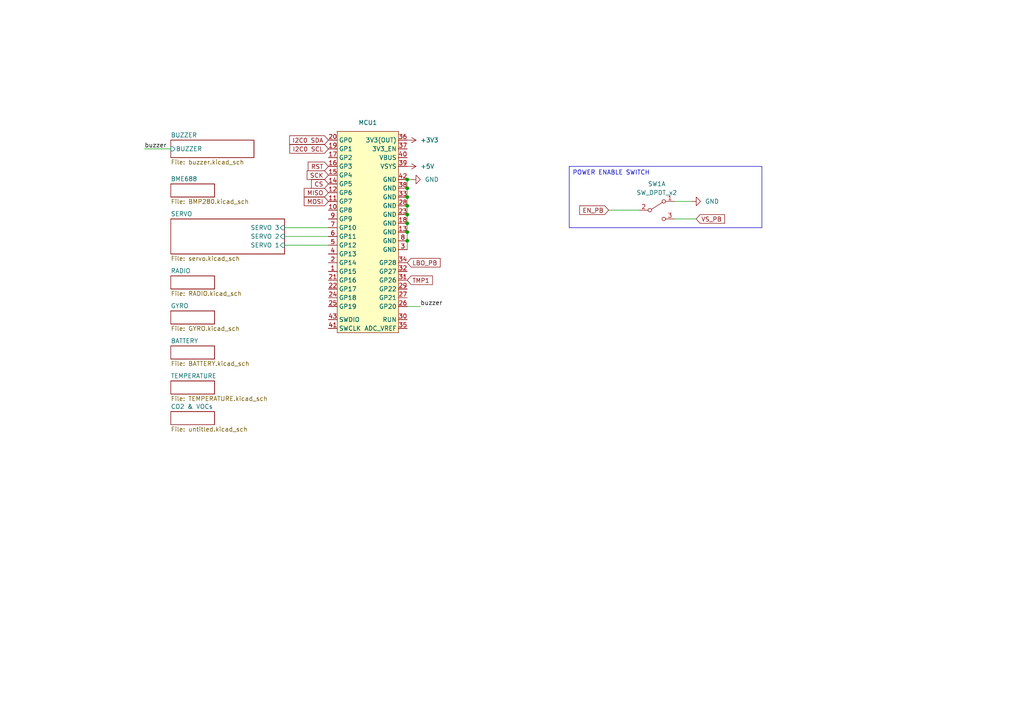
<source format=kicad_sch>
(kicad_sch (version 20230121) (generator eeschema)
  (paper "A4")
  (lib_symbols
    (symbol "CanSat:raspberry pi pico"
      (property "Reference" "MCU" (at 0 3.81 0))
      (symbol "raspberry pi pico_1_1"
        (rectangle (start -8.89 1.27) (end 8.89 -57.15) (fill (type background)))
        (pin bidirectional line (at -11.43 -39.37 0) (length 2.54) (name "GP15") (number "1"))
        (pin bidirectional line (at -11.43 -21.59 0) (length 2.54) (name "GP8") (number "10"))
        (pin bidirectional line (at -11.43 -19.05 0) (length 2.54) (name "GP7") (number "11"))
        (pin bidirectional line (at -11.43 -16.51 0) (length 2.54) (name "GP6") (number "12"))
        (pin bidirectional line (at 11.43 -27.94 180) (length 2.54) (name "GND") (number "13"))
        (pin bidirectional line (at -11.43 -13.97 0) (length 2.54) (name "GP5") (number "14"))
        (pin bidirectional line (at -11.43 -11.43 0) (length 2.54) (name "GP4") (number "15"))
        (pin bidirectional line (at -11.43 -8.89 0) (length 2.54) (name "GP3") (number "16"))
        (pin bidirectional line (at -11.43 -6.35 0) (length 2.54) (name "GP2") (number "17"))
        (pin bidirectional line (at 11.43 -25.4 180) (length 2.54) (name "GND") (number "18"))
        (pin bidirectional line (at -11.43 -3.81 0) (length 2.54) (name "GP1") (number "19"))
        (pin bidirectional line (at -11.43 -36.83 0) (length 2.54) (name "GP14") (number "2"))
        (pin bidirectional line (at -11.43 -1.27 0) (length 2.54) (name "GP0") (number "20"))
        (pin bidirectional line (at -11.43 -41.91 0) (length 2.54) (name "GP16") (number "21"))
        (pin bidirectional line (at -11.43 -44.45 0) (length 2.54) (name "GP17") (number "22"))
        (pin bidirectional line (at 11.43 -22.86 180) (length 2.54) (name "GND") (number "23"))
        (pin bidirectional line (at -11.43 -46.99 0) (length 2.54) (name "GP18") (number "24"))
        (pin bidirectional line (at -11.43 -49.53 0) (length 2.54) (name "GP19") (number "25"))
        (pin bidirectional line (at 11.43 -49.53 180) (length 2.54) (name "GP20") (number "26"))
        (pin bidirectional line (at 11.43 -46.99 180) (length 2.54) (name "GP21") (number "27"))
        (pin bidirectional line (at 11.43 -20.32 180) (length 2.54) (name "GND") (number "28"))
        (pin bidirectional line (at 11.43 -44.45 180) (length 2.54) (name "GP22") (number "29"))
        (pin bidirectional line (at 11.43 -33.02 180) (length 2.54) (name "GND") (number "3"))
        (pin bidirectional line (at 11.43 -53.34 180) (length 2.54) (name "RUN") (number "30"))
        (pin bidirectional line (at 11.43 -41.91 180) (length 2.54) (name "GP26") (number "31"))
        (pin bidirectional line (at 11.43 -39.37 180) (length 2.54) (name "GP27") (number "32"))
        (pin bidirectional line (at 11.43 -17.78 180) (length 2.54) (name "GND") (number "33"))
        (pin bidirectional line (at 11.43 -36.83 180) (length 2.54) (name "GP28") (number "34"))
        (pin bidirectional line (at 11.43 -55.88 180) (length 2.54) (name "ADC_VREF") (number "35"))
        (pin bidirectional line (at 11.43 -1.27 180) (length 2.54) (name "3V3(OUT)") (number "36"))
        (pin bidirectional line (at 11.43 -3.81 180) (length 2.54) (name "3V3_EN") (number "37"))
        (pin bidirectional line (at 11.43 -15.24 180) (length 2.54) (name "GND") (number "38"))
        (pin bidirectional line (at 11.43 -8.89 180) (length 2.54) (name "VSYS") (number "39"))
        (pin bidirectional line (at -11.43 -34.29 0) (length 2.54) (name "GP13") (number "4"))
        (pin bidirectional line (at 11.43 -6.35 180) (length 2.54) (name "VBUS") (number "40"))
        (pin bidirectional line (at -11.43 -55.88 0) (length 2.54) (name "SWCLK") (number "41"))
        (pin bidirectional line (at 11.43 -12.7 180) (length 2.54) (name "GND") (number "42"))
        (pin bidirectional line (at -11.43 -53.34 0) (length 2.54) (name "SWDIO") (number "43"))
        (pin bidirectional line (at -11.43 -31.75 0) (length 2.54) (name "GP12") (number "5"))
        (pin bidirectional line (at -11.43 -29.21 0) (length 2.54) (name "GP11") (number "6"))
        (pin bidirectional line (at -11.43 -26.67 0) (length 2.54) (name "GP10") (number "7"))
        (pin bidirectional line (at 11.43 -30.48 180) (length 2.54) (name "GND") (number "8"))
        (pin bidirectional line (at -11.43 -24.13 0) (length 2.54) (name "GP9") (number "9"))
      )
    )
    (symbol "Switch:SW_DPDT_x2" (pin_names (offset 0) hide)
      (property "Reference" "SW" (at 0 4.318 0))
      (property "Value" "SW_DPDT_x2" (at 0 -5.08 0))
      (symbol "SW_DPDT_x2_0_0"
        (circle (center -2.032 0) (radius 0.508))
        (circle (center 2.032 -2.54) (radius 0.508))
      )
      (symbol "SW_DPDT_x2_0_1"
        (polyline (pts (xy -1.524 0.254) (xy 1.651 2.286)))
        (circle (center 2.032 2.54) (radius 0.508))
      )
      (symbol "SW_DPDT_x2_1_1"
        (pin passive line (at 5.08 2.54 180) (length 2.54) (name "A") (number "1"))
        (pin passive line (at -5.08 0 0) (length 2.54) (name "B") (number "2"))
        (pin passive line (at 5.08 -2.54 180) (length 2.54) (name "C") (number "3"))
      )
      (symbol "SW_DPDT_x2_2_1"
        (pin passive line (at 5.08 2.54 180) (length 2.54) (name "A") (number "4"))
        (pin passive line (at -5.08 0 0) (length 2.54) (name "B") (number "5"))
        (pin passive line (at 5.08 -2.54 180) (length 2.54) (name "C") (number "6"))
      )
    )
    (symbol "power:+3V3" (power) (pin_names (offset 0))
      (property "Value" "+3V3" (at 0 3.556 0))
      (symbol "+3V3_0_1"
        (polyline (pts (xy -0.762 1.27) (xy 0 2.54)))
        (polyline (pts (xy 0 0) (xy 0 2.54)))
        (polyline (pts (xy 0 2.54) (xy 0.762 1.27)))
      )
      (symbol "+3V3_1_1"
        (pin power_in line (at 0 0 90) (length 0) hide (name "+3V3") (number "1"))
      )
    )
    (symbol "power:+5V" (power) (pin_names (offset 0))
      (property "Value" "+5V" (at 0 3.556 0))
      (symbol "+5V_0_1"
        (polyline (pts (xy -0.762 1.27) (xy 0 2.54)))
        (polyline (pts (xy 0 0) (xy 0 2.54)))
        (polyline (pts (xy 0 2.54) (xy 0.762 1.27)))
      )
      (symbol "+5V_1_1"
        (pin power_in line (at 0 0 90) (length 0) hide (name "+5V") (number "1"))
      )
    )
    (symbol "power:GND" (power) (pin_names (offset 0))
      (property "Value" "GND" (at 0 -3.81 0))
      (symbol "GND_0_1"
        (polyline (pts (xy 0 0) (xy 0 -1.27) (xy 1.27 -1.27) (xy 0 -2.54) (xy -1.27 -1.27) (xy 0 -1.27)))
      )
      (symbol "GND_1_1"
        (pin power_in line (at 0 0 270) (length 0) hide (name "GND") (number "1"))
      )
    )
  )
  (junction (at 118.11 69.85))
  (junction (at 118.11 59.69))
  (junction (at 118.11 64.77))
  (junction (at 118.11 62.23))
  (junction (at 118.11 52.07))
  (junction (at 118.11 67.31))
  (junction (at 118.11 57.15))
  (junction (at 118.11 54.61))
  (wire (pts (xy 195.58 63.5) (xy 201.93 63.5)))
  (wire (pts (xy 118.11 69.85) (xy 118.11 72.39)))
  (wire (pts (xy 41.91 43.18) (xy 49.53 43.18)))
  (wire (pts (xy 200.66 58.42) (xy 195.58 58.42)))
  (wire (pts (xy 82.55 71.12) (xy 95.25 71.12)))
  (wire (pts (xy 118.11 54.61) (xy 118.11 57.15)))
  (wire (pts (xy 176.53 60.96) (xy 185.42 60.96)))
  (wire (pts (xy 118.11 62.23) (xy 118.11 64.77)))
  (wire (pts (xy 118.11 52.07) (xy 118.11 54.61)))
  (wire (pts (xy 118.11 64.77) (xy 118.11 67.31)))
  (wire (pts (xy 118.11 52.07) (xy 119.38 52.07)))
  (wire (pts (xy 82.55 68.58) (xy 95.25 68.58)))
  (wire (pts (xy 118.11 88.9) (xy 121.92 88.9)))
  (wire (pts (xy 118.11 59.69) (xy 118.11 62.23)))
  (wire (pts (xy 118.11 57.15) (xy 118.11 59.69)))
  (wire (pts (xy 82.55 66.04) (xy 95.25 66.04)))
  (wire (pts (xy 118.11 67.31) (xy 118.11 69.85)))
  (text_box "POWER ENABLE SWITCH" (at 165.1 48.26 0) (size 55.88 17.78) (effects (font (size 1.27 1.27)) (justify left top)))
  (label "buzzer" (at 41.91 43.18 0))
  (label "buzzer" (at 121.92 88.9 0))
  (global_label "RST" (shape input) (at 95.25 48.26 180) (property "Intersheetrefs" "${INTERSHEET_REFS}" (effects hide)))
  (global_label "TMP1" (shape input) (at 118.11 81.28 0) (property "Intersheetrefs" "${INTERSHEET_REFS}" (effects hide)))
  (global_label "LBO_PB" (shape input) (at 118.11 76.2 0) (property "Intersheetrefs" "${INTERSHEET_REFS}" (effects hide)))
  (global_label "I2C0 SDA" (shape input) (at 95.25 40.64 180) (property "Intersheetrefs" "${INTERSHEET_REFS}" (effects hide)))
  (global_label "MISO" (shape input) (at 95.25 55.88 180) (property "Intersheetrefs" "${INTERSHEET_REFS}" (effects hide)))
  (global_label "VS_PB" (shape input) (at 201.93 63.5 0) (property "Intersheetrefs" "${INTERSHEET_REFS}" (effects hide)))
  (global_label "EN_PB" (shape input) (at 176.53 60.96 180) (property "Intersheetrefs" "${INTERSHEET_REFS}" (effects hide)))
  (global_label "MOSI" (shape input) (at 95.25 58.42 180) (property "Intersheetrefs" "${INTERSHEET_REFS}" (effects hide)))
  (global_label "I2C0 SCL" (shape input) (at 95.25 43.18 180) (property "Intersheetrefs" "${INTERSHEET_REFS}" (effects hide)))
  (global_label "SCK" (shape input) (at 95.25 50.8 180) (property "Intersheetrefs" "${INTERSHEET_REFS}" (effects hide)))
  (global_label "CS" (shape input) (at 95.25 53.34 180) (property "Intersheetrefs" "${INTERSHEET_REFS}" (effects hide)))
  (symbol (lib_id "CanSat:raspberry pi pico") (at 106.68 39.37 0) (unit 1)
    (property "Reference" "MCU1" (at 106.68 35.56 0))
    (property "Footprint" "CanSat:raspberry pi pico" (effects hide))
    (property "Datasheet" "https://datasheets.raspberrypi.com/pico/pico-datasheet.pdf" (effects hide))
  )
  (symbol (lib_id "power:+3V3") (at 118.11 40.64 270) (unit 1)
    (property "Reference" "#PWR011" (effects hide))
    (property "Value" "+3V3" (at 121.92 40.64 90) (effects (justify left)))
  )
  (symbol (lib_id "power:GND") (at 200.66 58.42 90) (unit 1)
    (property "Reference" "#PWR012" (effects hide))
    (property "Value" "GND" (at 204.47 58.42 90) (effects (justify right)))
  )
  (symbol (lib_id "power:GND") (at 119.38 52.07 90) (unit 1)
    (property "Reference" "#PWR02" (effects hide))
    (property "Value" "GND" (at 123.19 52.07 90) (effects (justify right)))
  )
  (symbol (lib_id "power:+5V") (at 118.11 48.26 270) (unit 1)
    (property "Reference" "#PWR019" (effects hide))
    (property "Value" "+5V" (at 121.92 48.26 90) (effects (justify left)))
  )
  (symbol (lib_id "Switch:SW_DPDT_x2") (at 190.5 60.96 0) (unit 1)
    (property "Reference" "SW1" (at 190.5 53.34 0))
    (property "Value" "SW_DPDT_x2" (at 190.5 55.88 0))
    (property "Footprint" "Connector_PinHeader_1.00mm:PinHeader_1x03_P1.00mm_Vertical" (effects hide))
  )
  (sheet (at 49.53 63.5) (size 33.02 10.16) (stroke (width 0.1524))
    (property "Sheetname" "SERVO" (at 49.53 62.7884 0) (effects (justify left bottom)))
    (property "Sheetfile" "servo.kicad_sch" (at 49.53 74.2446 0) (effects (justify left top)))
    (pin "SERVO 2" input (at 82.55 68.58 0))
    (pin "SERVO 1" input (at 82.55 71.12 0))
    (pin "SERVO 3" input (at 82.55 66.04 0))
  )
  (sheet (at 49.53 90.17) (size 12.7 3.81) (stroke (width 0.1524))
    (property "Sheetname" "GYRO" (at 49.53 89.4584 0) (effects (justify left bottom)))
    (property "Sheetfile" "GYRO.kicad_sch" (at 49.53 94.5646 0) (effects (justify left top)))
  )
  (sheet (at 49.53 110.49) (size 12.7 3.81) (stroke (width 0.1524))
    (property "Sheetname" "TEMPERATURE" (at 49.53 109.7784 0) (effects (justify left bottom)))
    (property "Sheetfile" "TEMPERATURE.kicad_sch" (at 49.53 114.8846 0) (effects (justify left top)))
  )
  (sheet (at 49.53 80.01) (size 12.7 3.81) (stroke (width 0.1524))
    (property "Sheetname" "RADIO" (at 49.53 79.2984 0) (effects (justify left bottom)))
    (property "Sheetfile" "RADIO.kicad_sch" (at 49.53 84.4046 0) (effects (justify left top)))
  )
  (sheet (at 49.53 53.34) (size 12.7 3.81) (stroke (width 0.1524))
    (property "Sheetname" "BME688" (at 49.53 52.6284 0) (effects (justify left bottom)))
    (property "Sheetfile" "BMP280.kicad_sch" (at 49.53 57.7346 0) (effects (justify left top)))
  )
  (sheet (at 49.53 119.38) (size 12.7 3.81) (stroke (width 0.1524))
    (property "Sheetname" "CO2 & VOCs" (at 49.53 118.6684 0) (effects (justify left bottom)))
    (property "Sheetfile" "untitled.kicad_sch" (at 49.53 123.7746 0) (effects (justify left top)))
  )
  (sheet (at 49.53 40.64) (size 24.13 5.08) (stroke (width 0.1524))
    (property "Sheetname" "BUZZER" (at 49.53 39.9284 0) (effects (justify left bottom)))
    (property "Sheetfile" "buzzer.kicad_sch" (at 49.53 46.3046 0) (effects (justify left top)))
    (pin "BUZZER" input (at 49.53 43.18 180))
  )
  (sheet (at 49.53 100.33) (size 12.7 3.81) (stroke (width 0.1524))
    (property "Sheetname" "BATTERY" (at 49.53 99.6184 0) (effects (justify left bottom)))
    (property "Sheetfile" "BATTERY.kicad_sch" (at 49.53 104.7246 0) (effects (justify left top)))
  )
)
</source>
